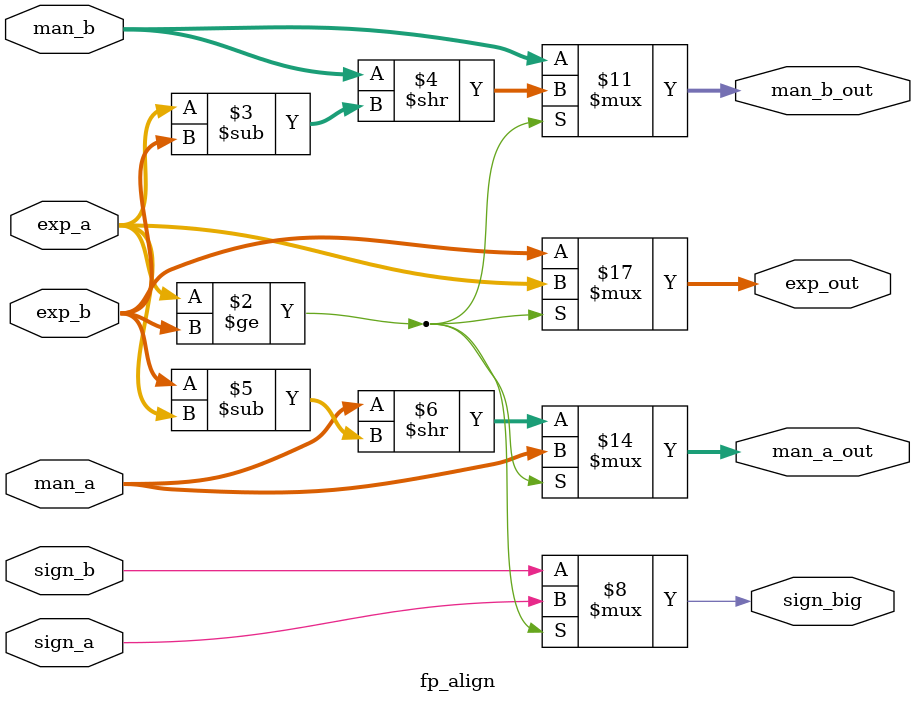
<source format=v>
module fp_align (
    input  [7:0] exp_a,
    input  [7:0] exp_b,
    input  [23:0] man_a,
    input  [23:0] man_b,
    input  sign_a,
    input  sign_b,
    output reg [7:0] exp_out,
    output reg [23:0] man_a_out,
    output reg [23:0] man_b_out,
    output reg sign_big
);

always @(*) begin
    if (exp_a >= exp_b) begin
        exp_out   = exp_a;
        man_a_out = man_a;
        man_b_out = man_b >> (exp_a - exp_b);
        sign_big  = sign_a;
    end else begin
        exp_out   = exp_b;
        man_b_out = man_b;
        man_a_out = man_a >> (exp_b - exp_a);
        sign_big  = sign_b;
    end
end

endmodule

</source>
